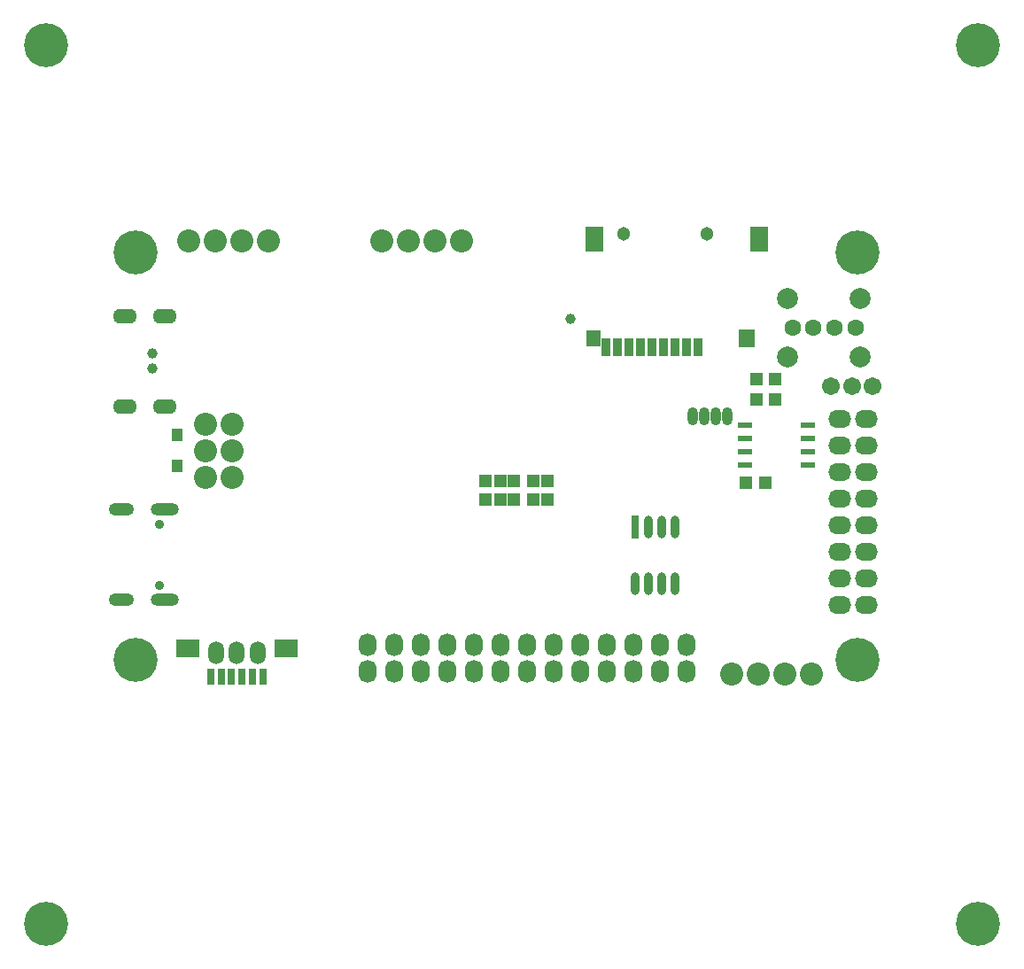
<source format=gbs>
G04 Layer_Color=16711935*
%FSLAX44Y44*%
%MOMM*%
G71*
G01*
G75*
%ADD95R,0.9900X1.2400*%
%ADD100R,1.2032X1.2032*%
%ADD108O,0.5032X0.4032*%
%ADD109C,1.0032*%
%ADD110R,1.2032X1.2032*%
%ADD127C,4.2032*%
%ADD128C,1.7032*%
%ADD129O,2.2032X1.7032*%
%ADD130O,1.7032X2.2032*%
%ADD131C,2.2032*%
%ADD132C,2.0032*%
%ADD133C,1.6032*%
%ADD134O,2.4032X1.2032*%
%ADD135O,2.7032X1.2032*%
%ADD136C,0.9032*%
%ADD137C,1.3032*%
%ADD138O,2.3032X1.4032*%
%ADD139O,1.0032X1.7032*%
%ADD140R,0.8032X2.2032*%
%ADD141O,0.8032X2.2032*%
%ADD142R,1.4032X0.6032*%
%ADD143R,0.9032X1.8032*%
%ADD144R,1.8032X2.3532*%
%ADD145R,1.6032X1.8032*%
%ADD146R,1.4032X1.6032*%
%ADD147R,2.2032X1.8032*%
%ADD148R,0.7032X1.5032*%
%ADD149O,1.5032X2.2032*%
D95*
X179950Y547700D02*
D03*
Y517700D02*
D03*
D100*
X751860Y601000D02*
D03*
X733890D02*
D03*
X751860Y581000D02*
D03*
X733890D02*
D03*
X741860Y502000D02*
D03*
X723890D02*
D03*
D108*
X179936Y551222D02*
D03*
Y543754D02*
D03*
Y521222D02*
D03*
Y513754D02*
D03*
D109*
X556343Y658000D02*
D03*
X156000Y625000D02*
D03*
Y611000D02*
D03*
D110*
X534000Y503860D02*
D03*
Y485890D02*
D03*
X520000Y503860D02*
D03*
Y485890D02*
D03*
X502000Y503860D02*
D03*
Y485890D02*
D03*
X489000Y503860D02*
D03*
Y485890D02*
D03*
X475000Y503860D02*
D03*
Y485890D02*
D03*
D127*
X55000Y80000D02*
D03*
X945000D02*
D03*
X55000Y920000D02*
D03*
X945000D02*
D03*
X140000Y332000D02*
D03*
X830000D02*
D03*
X140000Y722000D02*
D03*
X830000D02*
D03*
D128*
X805000Y594000D02*
D03*
X825000D02*
D03*
X845000D02*
D03*
D129*
X813600Y537400D02*
D03*
Y512000D02*
D03*
Y486600D02*
D03*
Y385000D02*
D03*
Y410400D02*
D03*
Y435800D02*
D03*
Y461200D02*
D03*
Y562800D02*
D03*
X839000D02*
D03*
Y461200D02*
D03*
Y435800D02*
D03*
Y410400D02*
D03*
Y385000D02*
D03*
Y486600D02*
D03*
Y512000D02*
D03*
Y537400D02*
D03*
D130*
X616000Y346400D02*
D03*
X590600D02*
D03*
X641400D02*
D03*
X565200D02*
D03*
X489000D02*
D03*
X514400D02*
D03*
X539800D02*
D03*
X438200D02*
D03*
X412800D02*
D03*
X387400D02*
D03*
X463600D02*
D03*
X362000D02*
D03*
X463600Y321000D02*
D03*
X362000D02*
D03*
X387400D02*
D03*
X412800D02*
D03*
X438200D02*
D03*
X539800D02*
D03*
X514400D02*
D03*
X489000D02*
D03*
X565200D02*
D03*
X641400D02*
D03*
X590600D02*
D03*
X616000D02*
D03*
X666800D02*
D03*
Y346400D02*
D03*
D131*
X375430Y732530D02*
D03*
X400830D02*
D03*
X426230D02*
D03*
X451630D02*
D03*
X267100Y733000D02*
D03*
X241700D02*
D03*
X216300D02*
D03*
X190900D02*
D03*
X709900Y319000D02*
D03*
X735300D02*
D03*
X760700D02*
D03*
X786100D02*
D03*
X207000Y558000D02*
D03*
X232400D02*
D03*
X207000Y507200D02*
D03*
X232400D02*
D03*
Y532600D02*
D03*
X207000D02*
D03*
D132*
X833192Y677918D02*
D03*
Y621918D02*
D03*
X763192Y677918D02*
D03*
Y621918D02*
D03*
D133*
X828192Y649918D02*
D03*
X768192D02*
D03*
X808192D02*
D03*
X788192D02*
D03*
D134*
X126620Y389630D02*
D03*
Y476030D02*
D03*
D135*
X168420Y389630D02*
D03*
Y476030D02*
D03*
D136*
X163420Y403930D02*
D03*
Y461730D02*
D03*
D137*
X686500Y740000D02*
D03*
X606500D02*
D03*
D138*
X130200Y661200D02*
D03*
X168200Y574800D02*
D03*
X130200D02*
D03*
X168200Y661200D02*
D03*
D139*
X673000Y565000D02*
D03*
X695000D02*
D03*
X684000D02*
D03*
X706000D02*
D03*
D140*
X617950Y459000D02*
D03*
D141*
X630650D02*
D03*
X643350D02*
D03*
X656050D02*
D03*
X617950Y405000D02*
D03*
X630650D02*
D03*
X643350D02*
D03*
X656050D02*
D03*
D142*
X723028Y531650D02*
D03*
Y544350D02*
D03*
Y518950D02*
D03*
Y557050D02*
D03*
X782972Y518950D02*
D03*
Y557050D02*
D03*
Y531650D02*
D03*
Y544350D02*
D03*
D143*
X590000Y631000D02*
D03*
X601000D02*
D03*
X667000D02*
D03*
X656000D02*
D03*
X678000D02*
D03*
X645000D02*
D03*
X634000D02*
D03*
X623000D02*
D03*
X612000D02*
D03*
D144*
X736000Y735000D02*
D03*
X578500D02*
D03*
D145*
X724500Y640000D02*
D03*
D146*
X578000D02*
D03*
D147*
X284000Y343000D02*
D03*
X190000D02*
D03*
D148*
X262000Y316200D02*
D03*
X252000D02*
D03*
X242000D02*
D03*
X232000D02*
D03*
X222000D02*
D03*
X212000D02*
D03*
D149*
X257000Y339000D02*
D03*
X217000D02*
D03*
X237000D02*
D03*
M02*

</source>
